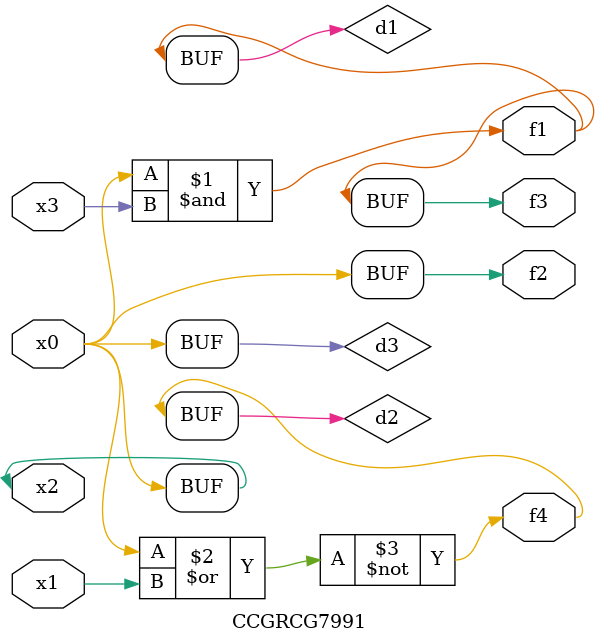
<source format=v>
module CCGRCG7991(
	input x0, x1, x2, x3,
	output f1, f2, f3, f4
);

	wire d1, d2, d3;

	and (d1, x2, x3);
	nor (d2, x0, x1);
	buf (d3, x0, x2);
	assign f1 = d1;
	assign f2 = d3;
	assign f3 = d1;
	assign f4 = d2;
endmodule

</source>
